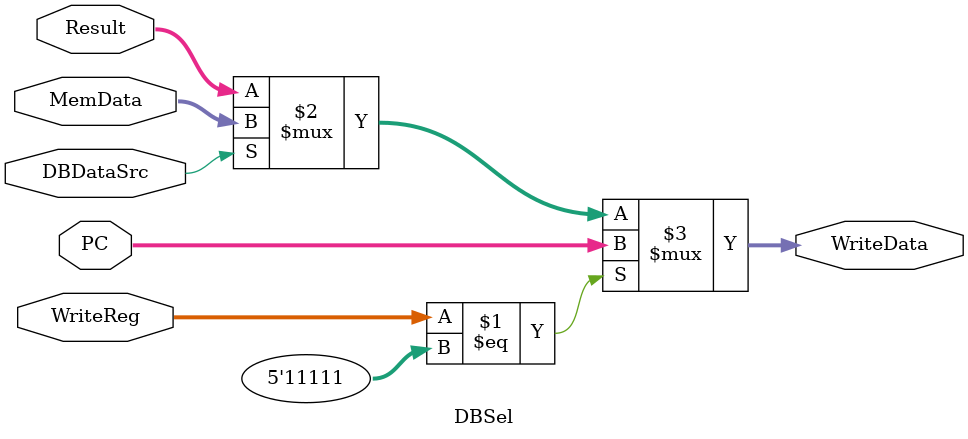
<source format=v>
`timescale 1ns / 1ps


module DBSel (
    input DBDataSrc,
    input [4:0] WriteReg,
    input [31:0] MemData,
    input [31:0] Result,
    input [31:0] PC,
    output [31:0] WriteData
);

  assign WriteData = (WriteReg == 5'b11111) ? PC 
                    : DBDataSrc ? MemData
                    : Result;

endmodule

</source>
